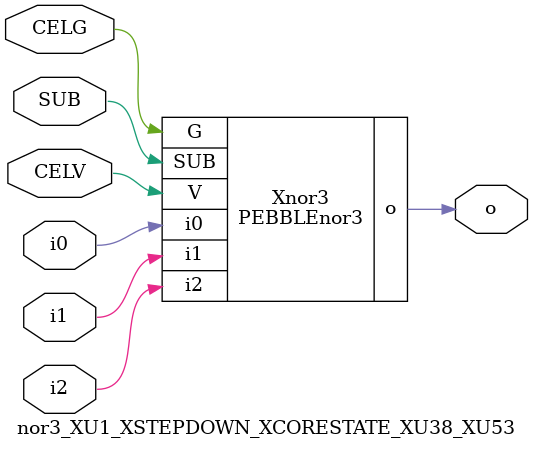
<source format=v>



module PEBBLEnor3 ( o, G, SUB, V, i0, i1, i2 );

  input i0;
  input V;
  input i2;
  input i1;
  input G;
  output o;
  input SUB;
endmodule

//Celera Confidential Do Not Copy nor3_XU1_XSTEPDOWN_XCORESTATE_XU38_XU53
//Celera Confidential Symbol Generator
//NOR3
module nor3_XU1_XSTEPDOWN_XCORESTATE_XU38_XU53 (CELV,CELG,i0,i1,i2,o,SUB);
input CELV;
input CELG;
input i0;
input i1;
input i2;
input SUB;
output o;

//Celera Confidential Do Not Copy nor3
PEBBLEnor3 Xnor3(
.V (CELV),
.i0 (i0),
.i1 (i1),
.i2 (i2),
.o (o),
.SUB (SUB),
.G (CELG)
);
//,diesize,PEBBLEnor3

//Celera Confidential Do Not Copy Module End
//Celera Schematic Generator
endmodule

</source>
